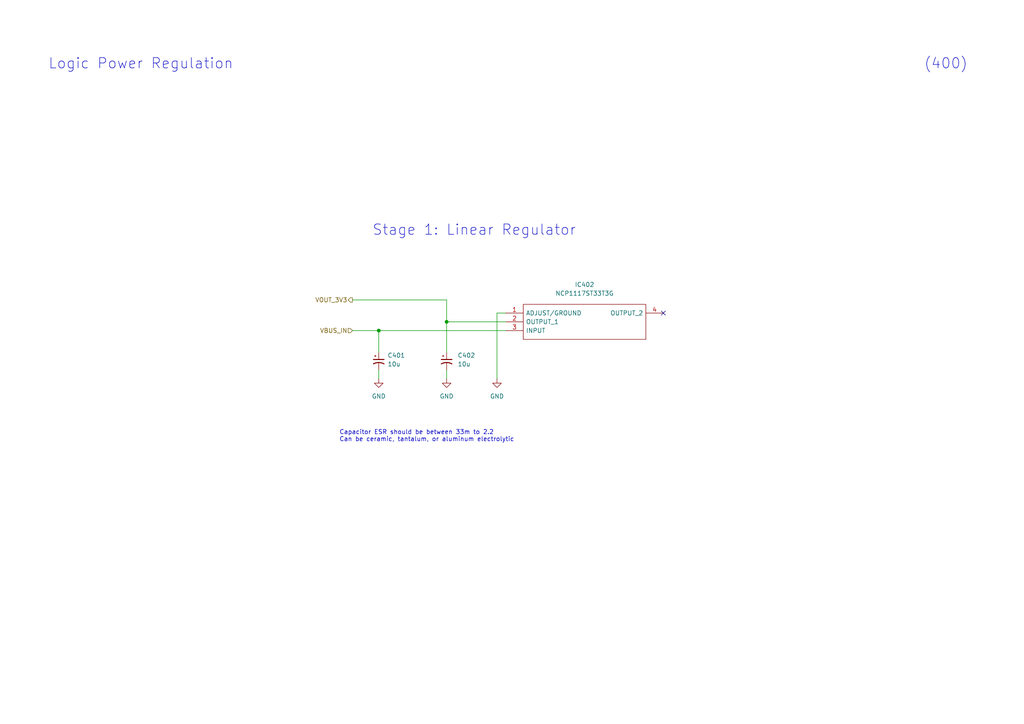
<source format=kicad_sch>
(kicad_sch (version 20230121) (generator eeschema)

  (uuid 7673d673-0f8b-49c1-8200-90f45867e338)

  (paper "A4")

  (title_block
    (title "Logic Power Regulation")
    (date "2022-10-30")
    (rev "HULA - 0.2")
    (company "Alexander S. Adranly")
  )

  (lib_symbols
    (symbol "Device:C_Polarized_Small_US" (pin_numbers hide) (pin_names (offset 0.254) hide) (in_bom yes) (on_board yes)
      (property "Reference" "C" (at 0.254 1.778 0)
        (effects (font (size 1.27 1.27)) (justify left))
      )
      (property "Value" "C_Polarized_Small_US" (at 0.254 -2.032 0)
        (effects (font (size 1.27 1.27)) (justify left))
      )
      (property "Footprint" "" (at 0 0 0)
        (effects (font (size 1.27 1.27)) hide)
      )
      (property "Datasheet" "~" (at 0 0 0)
        (effects (font (size 1.27 1.27)) hide)
      )
      (property "ki_keywords" "cap capacitor" (at 0 0 0)
        (effects (font (size 1.27 1.27)) hide)
      )
      (property "ki_description" "Polarized capacitor, small US symbol" (at 0 0 0)
        (effects (font (size 1.27 1.27)) hide)
      )
      (property "ki_fp_filters" "CP_*" (at 0 0 0)
        (effects (font (size 1.27 1.27)) hide)
      )
      (symbol "C_Polarized_Small_US_0_1"
        (polyline
          (pts
            (xy -1.524 0.508)
            (xy 1.524 0.508)
          )
          (stroke (width 0.3048) (type default))
          (fill (type none))
        )
        (polyline
          (pts
            (xy -1.27 1.524)
            (xy -0.762 1.524)
          )
          (stroke (width 0) (type default))
          (fill (type none))
        )
        (polyline
          (pts
            (xy -1.016 1.27)
            (xy -1.016 1.778)
          )
          (stroke (width 0) (type default))
          (fill (type none))
        )
        (arc (start 1.524 -0.762) (mid 0 -0.3734) (end -1.524 -0.762)
          (stroke (width 0.3048) (type default))
          (fill (type none))
        )
      )
      (symbol "C_Polarized_Small_US_1_1"
        (pin passive line (at 0 2.54 270) (length 2.032)
          (name "~" (effects (font (size 1.27 1.27))))
          (number "1" (effects (font (size 1.27 1.27))))
        )
        (pin passive line (at 0 -2.54 90) (length 2.032)
          (name "~" (effects (font (size 1.27 1.27))))
          (number "2" (effects (font (size 1.27 1.27))))
        )
      )
    )
    (symbol "SamacSys_Parts:NCP1117ST33T3G" (pin_names (offset 0.762)) (in_bom yes) (on_board yes)
      (property "Reference" "IC" (at 41.91 7.62 0)
        (effects (font (size 1.27 1.27)) (justify left))
      )
      (property "Value" "NCP1117ST33T3G" (at 41.91 5.08 0)
        (effects (font (size 1.27 1.27)) (justify left))
      )
      (property "Footprint" "SOT230P700X180-4N" (at 41.91 2.54 0)
        (effects (font (size 1.27 1.27)) (justify left) hide)
      )
      (property "Datasheet" "http://www.onsemi.com/pub/Collateral/NCP1117-D.PDF" (at 41.91 0 0)
        (effects (font (size 1.27 1.27)) (justify left) hide)
      )
      (property "Description" "ON SEMICONDUCTOR - NCP1117ST33T3G - IC, LINEAR VOLTAGE REGULATOR" (at 41.91 -2.54 0)
        (effects (font (size 1.27 1.27)) (justify left) hide)
      )
      (property "Height" "1.8" (at 41.91 -5.08 0)
        (effects (font (size 1.27 1.27)) (justify left) hide)
      )
      (property "Mouser Part Number" "863-NCP1117ST33T3G" (at 41.91 -7.62 0)
        (effects (font (size 1.27 1.27)) (justify left) hide)
      )
      (property "Mouser Price/Stock" "https://www.mouser.co.uk/ProductDetail/onsemi/NCP1117ST33T3G?qs=Gev%252BmEvV0iZb%2FE8ahUDx3w%3D%3D" (at 41.91 -10.16 0)
        (effects (font (size 1.27 1.27)) (justify left) hide)
      )
      (property "Manufacturer_Name" "onsemi" (at 41.91 -12.7 0)
        (effects (font (size 1.27 1.27)) (justify left) hide)
      )
      (property "Manufacturer_Part_Number" "NCP1117ST33T3G" (at 41.91 -15.24 0)
        (effects (font (size 1.27 1.27)) (justify left) hide)
      )
      (property "ki_description" "ON SEMICONDUCTOR - NCP1117ST33T3G - IC, LINEAR VOLTAGE REGULATOR" (at 0 0 0)
        (effects (font (size 1.27 1.27)) hide)
      )
      (symbol "NCP1117ST33T3G_0_0"
        (pin passive line (at 0 0 0) (length 5.08)
          (name "ADJUST/GROUND" (effects (font (size 1.27 1.27))))
          (number "1" (effects (font (size 1.27 1.27))))
        )
        (pin passive line (at 0 -2.54 0) (length 5.08)
          (name "OUTPUT_1" (effects (font (size 1.27 1.27))))
          (number "2" (effects (font (size 1.27 1.27))))
        )
        (pin passive line (at 0 -5.08 0) (length 5.08)
          (name "INPUT" (effects (font (size 1.27 1.27))))
          (number "3" (effects (font (size 1.27 1.27))))
        )
        (pin passive line (at 45.72 0 180) (length 5.08)
          (name "OUTPUT_2" (effects (font (size 1.27 1.27))))
          (number "4" (effects (font (size 1.27 1.27))))
        )
      )
      (symbol "NCP1117ST33T3G_0_1"
        (polyline
          (pts
            (xy 5.08 2.54)
            (xy 40.64 2.54)
            (xy 40.64 -7.62)
            (xy 5.08 -7.62)
            (xy 5.08 2.54)
          )
          (stroke (width 0.1524) (type default))
          (fill (type none))
        )
      )
    )
    (symbol "power:GND" (power) (pin_names (offset 0)) (in_bom yes) (on_board yes)
      (property "Reference" "#PWR" (at 0 -6.35 0)
        (effects (font (size 1.27 1.27)) hide)
      )
      (property "Value" "GND" (at 0 -3.81 0)
        (effects (font (size 1.27 1.27)))
      )
      (property "Footprint" "" (at 0 0 0)
        (effects (font (size 1.27 1.27)) hide)
      )
      (property "Datasheet" "" (at 0 0 0)
        (effects (font (size 1.27 1.27)) hide)
      )
      (property "ki_keywords" "power-flag" (at 0 0 0)
        (effects (font (size 1.27 1.27)) hide)
      )
      (property "ki_description" "Power symbol creates a global label with name \"GND\" , ground" (at 0 0 0)
        (effects (font (size 1.27 1.27)) hide)
      )
      (symbol "GND_0_1"
        (polyline
          (pts
            (xy 0 0)
            (xy 0 -1.27)
            (xy 1.27 -1.27)
            (xy 0 -2.54)
            (xy -1.27 -1.27)
            (xy 0 -1.27)
          )
          (stroke (width 0) (type default))
          (fill (type none))
        )
      )
      (symbol "GND_1_1"
        (pin power_in line (at 0 0 270) (length 0) hide
          (name "GND" (effects (font (size 1.27 1.27))))
          (number "1" (effects (font (size 1.27 1.27))))
        )
      )
    )
  )

  (junction (at 109.855 95.885) (diameter 0) (color 0 0 0 0)
    (uuid ce6fb727-dc49-4896-8599-e677a932e1c4)
  )
  (junction (at 129.54 93.345) (diameter 0) (color 0 0 0 0)
    (uuid d92589e2-ff02-4bb0-b130-653d2fe34a80)
  )

  (no_connect (at 192.405 90.805) (uuid 6eecf6c9-d10e-455a-b4f8-bffce802b6b3))

  (wire (pts (xy 129.54 107.315) (xy 129.54 109.855))
    (stroke (width 0) (type default))
    (uuid 013e6ed5-414a-4f98-8f1e-8505c4561825)
  )
  (wire (pts (xy 109.855 95.885) (xy 146.685 95.885))
    (stroke (width 0) (type default))
    (uuid 01670013-d052-4ec9-bbc8-152e7ba5f45c)
  )
  (wire (pts (xy 146.685 93.345) (xy 129.54 93.345))
    (stroke (width 0) (type default))
    (uuid 06425c32-53e4-433e-90ff-f27233f04c31)
  )
  (wire (pts (xy 109.855 107.315) (xy 109.855 109.855))
    (stroke (width 0) (type default))
    (uuid 14b59469-2665-4280-8445-4badf690588f)
  )
  (wire (pts (xy 146.685 90.805) (xy 144.145 90.805))
    (stroke (width 0) (type default))
    (uuid 183729c6-0a9b-4f62-a3b6-41230439de85)
  )
  (wire (pts (xy 144.145 90.805) (xy 144.145 109.855))
    (stroke (width 0) (type default))
    (uuid 53634566-291c-4aae-90f9-90646b15639b)
  )
  (wire (pts (xy 102.235 95.885) (xy 109.855 95.885))
    (stroke (width 0) (type default))
    (uuid 9498cc63-aee0-450f-9d5b-8dfed43f973b)
  )
  (wire (pts (xy 129.54 86.995) (xy 102.235 86.995))
    (stroke (width 0) (type default))
    (uuid 984ae5e4-736a-4049-abd0-3f3b2b614b51)
  )
  (wire (pts (xy 129.54 93.345) (xy 129.54 102.235))
    (stroke (width 0) (type default))
    (uuid d90d499c-1b90-4fb0-87b9-93f548a4b00b)
  )
  (wire (pts (xy 129.54 86.995) (xy 129.54 93.345))
    (stroke (width 0) (type default))
    (uuid e303162c-6bbb-455a-a6e5-c27b578c60d3)
  )
  (wire (pts (xy 109.855 95.885) (xy 109.855 102.235))
    (stroke (width 0) (type default))
    (uuid eb72f43b-a288-46c7-b708-484140b3ddd1)
  )

  (text "(400)" (at 267.97 20.32 0)
    (effects (font (size 3 3)) (justify left bottom))
    (uuid 033067ec-491a-4599-a420-76d36bf876a5)
  )
  (text "Stage 1: Linear Regulator" (at 107.95 68.58 0)
    (effects (font (size 3 3)) (justify left bottom))
    (uuid a939260c-a905-4cb9-a521-5462f4606e55)
  )
  (text "Capacitor ESR should be between 33m to 2.2\nCan be ceramic, tantalum, or aluminum electrolytic"
    (at 98.425 128.27 0)
    (effects (font (size 1.27 1.27)) (justify left bottom))
    (uuid f1c2d0c1-f2c5-4194-8cf1-37199967093d)
  )
  (text "Logic Power Regulation" (at 13.97 20.32 0)
    (effects (font (size 3 3)) (justify left bottom))
    (uuid ff367d9e-cba6-4d6c-b3c3-05e5b5a7cf1a)
  )

  (hierarchical_label "VBUS_IN" (shape input) (at 102.235 95.885 180) (fields_autoplaced)
    (effects (font (size 1.27 1.27)) (justify right))
    (uuid 42fb6366-45e5-453b-9ebe-5b9e4a56d852)
  )
  (hierarchical_label "VOUT_3V3" (shape output) (at 102.235 86.995 180) (fields_autoplaced)
    (effects (font (size 1.27 1.27)) (justify right))
    (uuid 5455c653-c95e-4750-8e82-3f68ffb9e67d)
  )

  (symbol (lib_id "power:GND") (at 109.855 109.855 0) (unit 1)
    (in_bom yes) (on_board yes) (dnp no) (fields_autoplaced)
    (uuid 33b39153-e932-48ef-a957-fb7499dccc0c)
    (property "Reference" "#PWR032" (at 109.855 116.205 0)
      (effects (font (size 1.27 1.27)) hide)
    )
    (property "Value" "GND" (at 109.855 114.935 0)
      (effects (font (size 1.27 1.27)))
    )
    (property "Footprint" "" (at 109.855 109.855 0)
      (effects (font (size 1.27 1.27)) hide)
    )
    (property "Datasheet" "" (at 109.855 109.855 0)
      (effects (font (size 1.27 1.27)) hide)
    )
    (pin "1" (uuid f3a5d1b1-a66f-49b6-abe8-524b83abcbee))
    (instances
      (project "motor_controller"
        (path "/e63e39d7-6ac0-4ffd-8aa3-1841a4541b55/29c9ce35-7d05-4cbf-8521-2cfd3d77ca36/10699246-3c56-4c4d-a3da-c45c1cc1aae0"
          (reference "#PWR032") (unit 1)
        )
      )
    )
  )

  (symbol (lib_id "power:GND") (at 129.54 109.855 0) (unit 1)
    (in_bom yes) (on_board yes) (dnp no) (fields_autoplaced)
    (uuid 62830f55-5260-4dee-814b-79b6374a2a17)
    (property "Reference" "#PWR033" (at 129.54 116.205 0)
      (effects (font (size 1.27 1.27)) hide)
    )
    (property "Value" "GND" (at 129.54 114.935 0)
      (effects (font (size 1.27 1.27)))
    )
    (property "Footprint" "" (at 129.54 109.855 0)
      (effects (font (size 1.27 1.27)) hide)
    )
    (property "Datasheet" "" (at 129.54 109.855 0)
      (effects (font (size 1.27 1.27)) hide)
    )
    (pin "1" (uuid afffc114-a507-4d67-9151-fe95b5463506))
    (instances
      (project "motor_controller"
        (path "/e63e39d7-6ac0-4ffd-8aa3-1841a4541b55/29c9ce35-7d05-4cbf-8521-2cfd3d77ca36/10699246-3c56-4c4d-a3da-c45c1cc1aae0"
          (reference "#PWR033") (unit 1)
        )
      )
    )
  )

  (symbol (lib_id "SamacSys_Parts:NCP1117ST33T3G") (at 146.685 90.805 0) (unit 1)
    (in_bom yes) (on_board yes) (dnp no) (fields_autoplaced)
    (uuid 6ce940d1-cd1e-4393-a991-b3ea9b146196)
    (property "Reference" "IC402" (at 169.545 82.55 0)
      (effects (font (size 1.27 1.27)))
    )
    (property "Value" "NCP1117ST33T3G" (at 169.545 85.09 0)
      (effects (font (size 1.27 1.27)))
    )
    (property "Footprint" "SamacSys_Parts:SOT230P700X180-4N" (at 188.595 88.265 0)
      (effects (font (size 1.27 1.27)) (justify left) hide)
    )
    (property "Datasheet" "http://www.onsemi.com/pub/Collateral/NCP1117-D.PDF" (at 188.595 90.805 0)
      (effects (font (size 1.27 1.27)) (justify left) hide)
    )
    (property "Description" "ON SEMICONDUCTOR - NCP1117ST33T3G - IC, LINEAR VOLTAGE REGULATOR" (at 188.595 93.345 0)
      (effects (font (size 1.27 1.27)) (justify left) hide)
    )
    (property "Height" "1.8" (at 188.595 95.885 0)
      (effects (font (size 1.27 1.27)) (justify left) hide)
    )
    (property "Mouser Part Number" "863-NCP1117ST33T3G" (at 188.595 98.425 0)
      (effects (font (size 1.27 1.27)) (justify left) hide)
    )
    (property "Mouser Price/Stock" "https://www.mouser.co.uk/ProductDetail/onsemi/NCP1117ST33T3G?qs=Gev%252BmEvV0iZb%2FE8ahUDx3w%3D%3D" (at 188.595 100.965 0)
      (effects (font (size 1.27 1.27)) (justify left) hide)
    )
    (property "Manufacturer_Name" "onsemi" (at 188.595 103.505 0)
      (effects (font (size 1.27 1.27)) (justify left) hide)
    )
    (property "Manufacturer_Part_Number" "NCP1117ST33T3G" (at 188.595 106.045 0)
      (effects (font (size 1.27 1.27)) (justify left) hide)
    )
    (pin "1" (uuid fa31367e-89a5-480d-ae85-acf55f8aaed6))
    (pin "2" (uuid ea42bcc0-da5e-4b7a-88af-dc9f5cfe5209))
    (pin "3" (uuid 59055aad-cfe3-458f-bbb0-85e6ca5ebbcf))
    (pin "4" (uuid fac69dfc-cf70-4178-9f5c-43d269fb5a42))
    (instances
      (project "motor_controller"
        (path "/e63e39d7-6ac0-4ffd-8aa3-1841a4541b55/29c9ce35-7d05-4cbf-8521-2cfd3d77ca36/10699246-3c56-4c4d-a3da-c45c1cc1aae0"
          (reference "IC402") (unit 1)
        )
      )
    )
  )

  (symbol (lib_id "power:GND") (at 144.145 109.855 0) (unit 1)
    (in_bom yes) (on_board yes) (dnp no) (fields_autoplaced)
    (uuid 9fad869b-937d-40db-b921-1ffc8165d0ff)
    (property "Reference" "#PWR036" (at 144.145 116.205 0)
      (effects (font (size 1.27 1.27)) hide)
    )
    (property "Value" "GND" (at 144.145 114.935 0)
      (effects (font (size 1.27 1.27)))
    )
    (property "Footprint" "" (at 144.145 109.855 0)
      (effects (font (size 1.27 1.27)) hide)
    )
    (property "Datasheet" "" (at 144.145 109.855 0)
      (effects (font (size 1.27 1.27)) hide)
    )
    (pin "1" (uuid 54c6ed21-57d9-4a16-bd89-1d6d89d00a46))
    (instances
      (project "motor_controller"
        (path "/e63e39d7-6ac0-4ffd-8aa3-1841a4541b55/29c9ce35-7d05-4cbf-8521-2cfd3d77ca36/10699246-3c56-4c4d-a3da-c45c1cc1aae0"
          (reference "#PWR036") (unit 1)
        )
      )
    )
  )

  (symbol (lib_id "Device:C_Polarized_Small_US") (at 129.54 104.775 0) (unit 1)
    (in_bom yes) (on_board yes) (dnp no) (fields_autoplaced)
    (uuid a949c303-bec2-4731-b039-5ead2dd60468)
    (property "Reference" "C402" (at 132.715 103.0731 0)
      (effects (font (size 1.27 1.27)) (justify left))
    )
    (property "Value" "10u" (at 132.715 105.6131 0)
      (effects (font (size 1.27 1.27)) (justify left))
    )
    (property "Footprint" "Capacitor_SMD:C_0603_1608Metric" (at 129.54 104.775 0)
      (effects (font (size 1.27 1.27)) hide)
    )
    (property "Datasheet" "~" (at 129.54 104.775 0)
      (effects (font (size 1.27 1.27)) hide)
    )
    (property "Manufacturer_Name" "Samsung Electro-Mechanics" (at 129.54 104.775 0)
      (effects (font (size 1.27 1.27)) hide)
    )
    (property "Manufacturer_Part_Number" "CL10A106KP8NNNC" (at 129.54 104.775 0)
      (effects (font (size 1.27 1.27)) hide)
    )
    (property "Description" "MLCC, 10%, 10V" (at 129.54 104.775 0)
      (effects (font (size 1.27 1.27)) hide)
    )
    (pin "1" (uuid e7e9e140-fb69-45a5-bbff-bc4dcf0301ed))
    (pin "2" (uuid 39297b40-330e-4499-9d40-592ec8bc4fe1))
    (instances
      (project "motor_controller"
        (path "/e63e39d7-6ac0-4ffd-8aa3-1841a4541b55/29c9ce35-7d05-4cbf-8521-2cfd3d77ca36/10699246-3c56-4c4d-a3da-c45c1cc1aae0"
          (reference "C402") (unit 1)
        )
      )
    )
  )

  (symbol (lib_id "Device:C_Polarized_Small_US") (at 109.855 104.775 0) (unit 1)
    (in_bom yes) (on_board yes) (dnp no) (fields_autoplaced)
    (uuid b7f1219d-5962-4a33-98c9-5d52e666c318)
    (property "Reference" "C401" (at 112.395 103.0731 0)
      (effects (font (size 1.27 1.27)) (justify left))
    )
    (property "Value" "10u" (at 112.395 105.6131 0)
      (effects (font (size 1.27 1.27)) (justify left))
    )
    (property "Footprint" "Capacitor_SMD:C_0603_1608Metric" (at 109.855 104.775 0)
      (effects (font (size 1.27 1.27)) hide)
    )
    (property "Datasheet" "~" (at 109.855 104.775 0)
      (effects (font (size 1.27 1.27)) hide)
    )
    (property "Manufacturer_Name" "Samsung Electro-Mechanics" (at 109.855 104.775 0)
      (effects (font (size 1.27 1.27)) hide)
    )
    (property "Manufacturer_Part_Number" "CL10A106KP8NNNC" (at 109.855 104.775 0)
      (effects (font (size 1.27 1.27)) hide)
    )
    (property "Description" "MLCC, 10%, 10V" (at 109.855 104.775 0)
      (effects (font (size 1.27 1.27)) hide)
    )
    (pin "1" (uuid da034e62-401d-4718-9905-8bfeddb21df3))
    (pin "2" (uuid 879f1bb7-d436-4b12-b272-0cdb64c1c309))
    (instances
      (project "motor_controller"
        (path "/e63e39d7-6ac0-4ffd-8aa3-1841a4541b55/29c9ce35-7d05-4cbf-8521-2cfd3d77ca36/10699246-3c56-4c4d-a3da-c45c1cc1aae0"
          (reference "C401") (unit 1)
        )
      )
    )
  )
)

</source>
